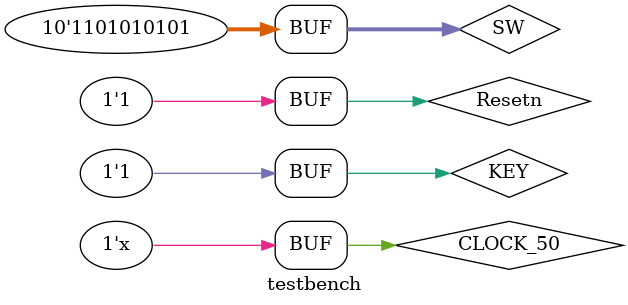
<source format=v>
`timescale 1ns / 1ps

module testbench ( );

	parameter CLOCK_PERIOD = 20;

	reg [9:0] SW;
	wire [0:0] KEY;
	wire [9:0] LEDR;
	wire [15:0] reg0,reg1,reg2,reg3,reg4,reg5,reg6,reg7;

	reg CLOCK_50;
	initial begin
		CLOCK_50 <= 1'b0;
	end // initial
	always @ (*)
	begin : Clock_Generator
		#((CLOCK_PERIOD) / 2) CLOCK_50 <= ~CLOCK_50;
	end
	
	reg Resetn;
	initial begin
		Resetn <= 1'b0;
		#20 Resetn <= 1'b1;
	end // initial

	initial begin
		SW <= 10'h0;
		#20 SW	<= 10'b1010101010;
		#560 SW	<= 10'b1101010101;
	end // initial

	assign KEY[0] = Resetn;
	part3 U1 (KEY, SW, CLOCK_50, LEDR,reg0,reg1,reg2,reg3,reg4,reg5,reg6,reg7);

endmodule

</source>
